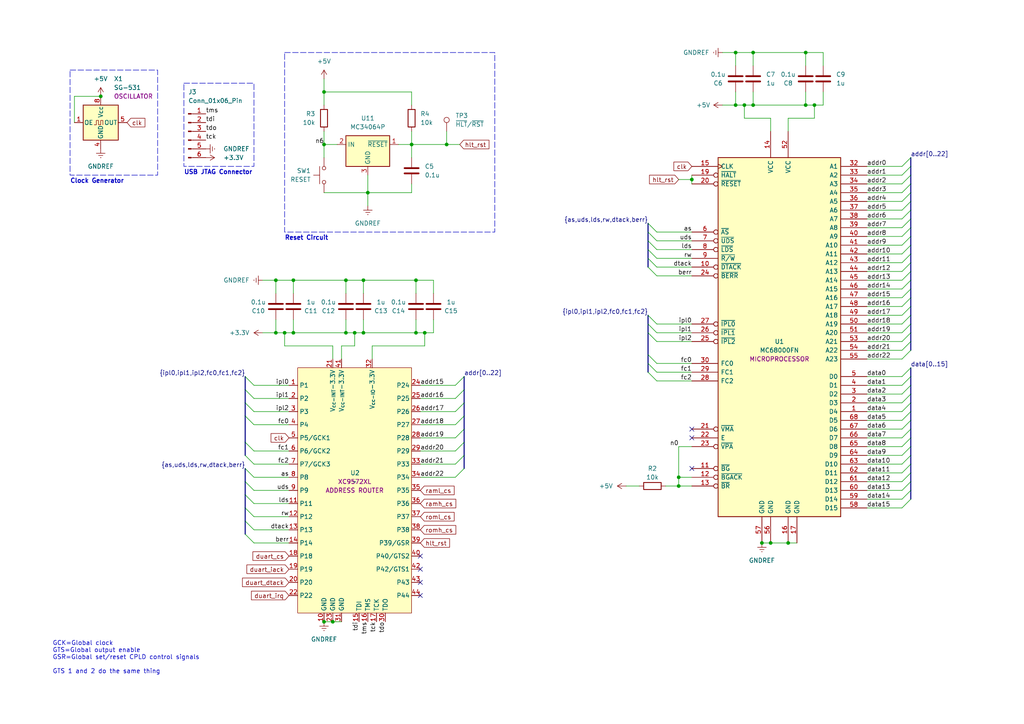
<source format=kicad_sch>
(kicad_sch (version 20230121) (generator eeschema)
  (paper "A4")
  (title_block (title "MICROPROCESSOR & ADDRESS ROUTER") (date "2024-01-18") (rev "0.2") (company "LeTourneau University") (comment 1 "Richard Homan"))
  (lib_symbols
    (symbol "CPLD_Xilinx:XC9572XL-PC44"
      (property "Reference" "U" (at 0 0 0))
      (symbol "XC9572XL-PC44_1_1"
        (rectangle (start -16.51 33.02) (end 16.51 -38.1) (fill (type background)))
        (pin bidirectional line (at -19.05 27.94 0) (length 2.54) (name "P1") (number "1"))
        (pin input line (at -8.89 -40.64 90) (length 2.54) (name "GND") (number "10"))
        (pin bidirectional line (at -19.05 -6.35 0) (length 2.54) (name "P11") (number "11"))
        (pin bidirectional line (at -19.05 -10.16 0) (length 2.54) (name "P12") (number "12"))
        (pin bidirectional line (at -19.05 -13.97 0) (length 2.54) (name "P13") (number "13"))
        (pin bidirectional line (at -19.05 -17.78 0) (length 2.54) (name "P14") (number "14"))
        (pin bidirectional line (at 1.27 -40.64 90) (length 2.54) (name "TDI") (number "15"))
        (pin bidirectional line (at 3.81 -40.64 90) (length 2.54) (name "TMS") (number "16"))
        (pin bidirectional line (at 6.35 -40.64 90) (length 2.54) (name "TCK") (number "17"))
        (pin bidirectional line (at -19.05 -21.59 0) (length 2.54) (name "P18") (number "18"))
        (pin bidirectional line (at -19.05 -25.4 0) (length 2.54) (name "P19") (number "19"))
        (pin bidirectional line (at -19.05 24.13 0) (length 2.54) (name "P2") (number "2"))
        (pin bidirectional line (at -19.05 -29.21 0) (length 2.54) (name "P20") (number "20"))
        (pin power_in line (at -6.35 35.56 270) (length 2.54) (name "V_{cc-INT}-3.3V") (number "21"))
        (pin bidirectional line (at -19.05 -33.02 0) (length 2.54) (name "P22") (number "22"))
        (pin input line (at -6.35 -40.64 90) (length 2.54) (name "GND") (number "23"))
        (pin bidirectional line (at 19.05 27.94 180) (length 2.54) (name "P24") (number "24"))
        (pin bidirectional line (at 19.05 24.13 180) (length 2.54) (name "P25") (number "25"))
        (pin bidirectional line (at 19.05 20.32 180) (length 2.54) (name "P26") (number "26"))
        (pin bidirectional line (at 19.05 16.51 180) (length 2.54) (name "P27") (number "27"))
        (pin bidirectional line (at 19.05 12.7 180) (length 2.54) (name "P28") (number "28"))
        (pin bidirectional line (at 19.05 8.89 180) (length 2.54) (name "P29") (number "29"))
        (pin bidirectional line (at -19.05 20.32 0) (length 2.54) (name "P3") (number "3"))
        (pin bidirectional line (at 8.89 -40.64 90) (length 2.54) (name "TDO") (number "30"))
        (pin input line (at -3.81 -40.64 90) (length 2.54) (name "GND") (number "31"))
        (pin power_in line (at 5.08 35.56 270) (length 2.54) (name "V_{cc-IO}-3.3V") (number "32"))
        (pin bidirectional line (at 19.05 5.08 180) (length 2.54) (name "P33") (number "33"))
        (pin bidirectional line (at 19.05 1.27 180) (length 2.54) (name "P34") (number "34"))
        (pin bidirectional line (at 19.05 -2.54 180) (length 2.54) (name "P35") (number "35"))
        (pin bidirectional line (at 19.05 -6.35 180) (length 2.54) (name "P36") (number "36"))
        (pin bidirectional line (at 19.05 -10.16 180) (length 2.54) (name "P37") (number "37"))
        (pin bidirectional line (at 19.05 -13.97 180) (length 2.54) (name "P38") (number "38"))
        (pin bidirectional line (at 19.05 -17.78 180) (length 2.54) (name "P39/GSR") (number "39"))
        (pin bidirectional line (at -19.05 16.51 0) (length 2.54) (name "P4") (number "4"))
        (pin bidirectional line (at 19.05 -21.59 180) (length 2.54) (name "P40/GTS2") (number "40"))
        (pin power_in line (at -3.81 35.56 270) (length 2.54) (name "V_{cc-INT}-3.3V") (number "41"))
        (pin bidirectional line (at 19.05 -25.4 180) (length 2.54) (name "P42/GTS1") (number "42"))
        (pin bidirectional line (at 19.05 -29.21 180) (length 2.54) (name "P43") (number "43"))
        (pin bidirectional line (at 19.05 -33.02 180) (length 2.54) (name "P44") (number "44"))
        (pin bidirectional line (at -19.05 12.7 0) (length 2.54) (name "P5/GCK1") (number "5"))
        (pin bidirectional line (at -19.05 8.89 0) (length 2.54) (name "P6/GCK2") (number "6"))
        (pin bidirectional line (at -19.05 5.08 0) (length 2.54) (name "P7/GCK3") (number "7"))
        (pin bidirectional line (at -19.05 1.27 0) (length 2.54) (name "P8") (number "8"))
        (pin bidirectional line (at -19.05 -2.54 0) (length 2.54) (name "P9") (number "9"))
      )
    )
    (symbol "CPU_NXP_68000:MC68000FN" (pin_names (offset 0.762))
      (property "Reference" "U" (at -16.51 59.69 0))
      (property "Value" "MC68000FN" (at 12.7 -46.99 0))
      (symbol "MC68000FN_0_1"
        (rectangle (start -17.78 58.42) (end 17.78 -45.72) (stroke (width 0.254)) (fill (type background)))
      )
      (symbol "MC68000FN_1_1"
        (pin bidirectional line (at 25.4 -15.24 180) (length 7.62) (name "D4") (number "1"))
        (pin input inverted (at -25.4 26.67 0) (length 7.62) (name "~{DTACK}") (number "10"))
        (pin output inverted (at -25.4 -31.75 0) (length 7.62) (name "~{BG}") (number "11"))
        (pin input inverted (at -25.4 -34.29 0) (length 7.62) (name "~{BGACK}") (number "12"))
        (pin input inverted (at -25.4 -36.83 0) (length 7.62) (name "~{BR}") (number "13"))
        (pin power_in line (at -2.54 66.04 270) (length 7.62) (name "VCC") (number "14"))
        (pin input clock (at -25.4 55.88 0) (length 7.62) (name "CLK") (number "15"))
        (pin power_in line (at 2.54 -53.34 90) (length 7.62) (name "GND") (number "16"))
        (pin power_in line (at 5.08 -53.34 90) (length 7.62) (name "GND") (number "17"))
        (pin no_connect line (at -17.78 -40.64 0) (length 0) hide (name "NC") (number "18"))
        (pin bidirectional inverted (at -25.4 53.34 0) (length 7.62) (name "~{HALT}") (number "19"))
        (pin bidirectional line (at 25.4 -12.7 180) (length 7.62) (name "D3") (number "2"))
        (pin bidirectional inverted (at -25.4 50.8 0) (length 7.62) (name "~{RESET}") (number "20"))
        (pin output inverted (at -25.4 -20.32 0) (length 7.62) (name "~{VMA}") (number "21"))
        (pin output line (at -25.4 -22.86 0) (length 7.62) (name "E") (number "22"))
        (pin input inverted (at -25.4 -25.4 0) (length 7.62) (name "~{VPA}") (number "23"))
        (pin input inverted (at -25.4 24.13 0) (length 7.62) (name "~{BERR}") (number "24"))
        (pin input inverted (at -25.4 5.08 0) (length 7.62) (name "~{IPL2}") (number "25"))
        (pin input inverted (at -25.4 7.62 0) (length 7.62) (name "~{IPL1}") (number "26"))
        (pin input inverted (at -25.4 10.16 0) (length 7.62) (name "~{IPL0}") (number "27"))
        (pin output line (at -25.4 -6.35 0) (length 7.62) (name "FC2") (number "28"))
        (pin output line (at -25.4 -3.81 0) (length 7.62) (name "FC1") (number "29"))
        (pin bidirectional line (at 25.4 -10.16 180) (length 7.62) (name "D2") (number "3"))
        (pin output line (at -25.4 -1.27 0) (length 7.62) (name "FC0") (number "30"))
        (pin no_connect line (at -17.78 -43.18 0) (length 0) hide (name "NC") (number "31"))
        (pin output line (at 25.4 55.88 180) (length 7.62) (name "A1") (number "32"))
        (pin output line (at 25.4 53.34 180) (length 7.62) (name "A2") (number "33"))
        (pin output line (at 25.4 50.8 180) (length 7.62) (name "A3") (number "34"))
        (pin output line (at 25.4 48.26 180) (length 7.62) (name "A4") (number "35"))
        (pin output line (at 25.4 45.72 180) (length 7.62) (name "A5") (number "36"))
        (pin output line (at 25.4 43.18 180) (length 7.62) (name "A6") (number "37"))
        (pin output line (at 25.4 40.64 180) (length 7.62) (name "A7") (number "38"))
        (pin output line (at 25.4 38.1 180) (length 7.62) (name "A8") (number "39"))
        (pin bidirectional line (at 25.4 -7.62 180) (length 7.62) (name "D1") (number "4"))
        (pin output line (at 25.4 35.56 180) (length 7.62) (name "A9") (number "40"))
        (pin output line (at 25.4 33.02 180) (length 7.62) (name "A10") (number "41"))
        (pin output line (at 25.4 30.48 180) (length 7.62) (name "A11") (number "42"))
        (pin output line (at 25.4 27.94 180) (length 7.62) (name "A12") (number "43"))
        (pin output line (at 25.4 25.4 180) (length 7.62) (name "A13") (number "44"))
        (pin output line (at 25.4 22.86 180) (length 7.62) (name "A14") (number "45"))
        (pin output line (at 25.4 20.32 180) (length 7.62) (name "A15") (number "46"))
        (pin output line (at 25.4 17.78 180) (length 7.62) (name "A16") (number "47"))
        (pin output line (at 25.4 15.24 180) (length 7.62) (name "A17") (number "48"))
        (pin output line (at 25.4 12.7 180) (length 7.62) (name "A18") (number "49"))
        (pin bidirectional line (at 25.4 -5.08 180) (length 7.62) (name "D0") (number "5"))
        (pin output line (at 25.4 10.16 180) (length 7.62) (name "A19") (number "50"))
        (pin output line (at 25.4 7.62 180) (length 7.62) (name "A20") (number "51"))
        (pin power_in line (at 2.54 66.04 270) (length 7.62) (name "VCC") (number "52"))
        (pin output line (at 25.4 5.08 180) (length 7.62) (name "A21") (number "53"))
        (pin output line (at 25.4 2.54 180) (length 7.62) (name "A22") (number "54"))
        (pin output line (at 25.4 0 180) (length 7.62) (name "A23") (number "55"))
        (pin power_in line (at -2.54 -53.34 90) (length 7.62) (name "GND") (number "56"))
        (pin power_in line (at -5.08 -53.34 90) (length 7.62) (name "GND") (number "57"))
        (pin bidirectional line (at 25.4 -43.18 180) (length 7.62) (name "D15") (number "58"))
        (pin bidirectional line (at 25.4 -40.64 180) (length 7.62) (name "D14") (number "59"))
        (pin output inverted (at -25.4 36.83 0) (length 7.62) (name "~{AS}") (number "6"))
        (pin bidirectional line (at 25.4 -38.1 180) (length 7.62) (name "D13") (number "60"))
        (pin bidirectional line (at 25.4 -35.56 180) (length 7.62) (name "D12") (number "61"))
        (pin bidirectional line (at 25.4 -33.02 180) (length 7.62) (name "D11") (number "62"))
        (pin bidirectional line (at 25.4 -30.48 180) (length 7.62) (name "D10") (number "63"))
        (pin bidirectional line (at 25.4 -27.94 180) (length 7.62) (name "D9") (number "64"))
        (pin bidirectional line (at 25.4 -25.4 180) (length 7.62) (name "D8") (number "65"))
        (pin bidirectional line (at 25.4 -22.86 180) (length 7.62) (name "D7") (number "66"))
        (pin bidirectional line (at 25.4 -20.32 180) (length 7.62) (name "D6") (number "67"))
        (pin bidirectional line (at 25.4 -17.78 180) (length 7.62) (name "D5") (number "68"))
        (pin output inverted (at -25.4 34.29 0) (length 7.62) (name "~{UDS}") (number "7"))
        (pin output inverted (at -25.4 31.75 0) (length 7.62) (name "~{LDS}") (number "8"))
        (pin output line (at -25.4 29.21 0) (length 7.62) (name "~{R/W}") (number "9"))
      )
    )
    (symbol "Connector:Conn_01x06_Pin" (pin_names (offset 1.016) hide)
      (property "Reference" "J" (at 0 7.62 0))
      (property "Value" "Conn_01x06_Pin" (at 0 -10.16 0))
      (symbol "Conn_01x06_Pin_1_1"
        (polyline (pts (xy 1.27 -7.62) (xy 0.8636 -7.62)) (stroke (width 0.1524)))
        (polyline (pts (xy 1.27 -5.08) (xy 0.8636 -5.08)) (stroke (width 0.1524)))
        (polyline (pts (xy 1.27 -2.54) (xy 0.8636 -2.54)) (stroke (width 0.1524)))
        (polyline (pts (xy 1.27 0) (xy 0.8636 0)) (stroke (width 0.1524)))
        (polyline (pts (xy 1.27 2.54) (xy 0.8636 2.54)) (stroke (width 0.1524)))
        (polyline (pts (xy 1.27 5.08) (xy 0.8636 5.08)) (stroke (width 0.1524)))
        (rectangle (start 0.8636 -7.493) (end 0 -7.747) (stroke (width 0.1524)) (fill (type outline)))
        (rectangle (start 0.8636 -4.953) (end 0 -5.207) (stroke (width 0.1524)) (fill (type outline)))
        (rectangle (start 0.8636 -2.413) (end 0 -2.667) (stroke (width 0.1524)) (fill (type outline)))
        (rectangle (start 0.8636 0.127) (end 0 -0.127) (stroke (width 0.1524)) (fill (type outline)))
        (rectangle (start 0.8636 2.667) (end 0 2.413) (stroke (width 0.1524)) (fill (type outline)))
        (rectangle (start 0.8636 5.207) (end 0 4.953) (stroke (width 0.1524)) (fill (type outline)))
        (pin passive line (at 5.08 5.08 180) (length 3.81) (name "Pin_1") (number "1"))
        (pin passive line (at 5.08 2.54 180) (length 3.81) (name "Pin_2") (number "2"))
        (pin passive line (at 5.08 0 180) (length 3.81) (name "Pin_3") (number "3"))
        (pin passive line (at 5.08 -2.54 180) (length 3.81) (name "Pin_4") (number "4"))
        (pin passive line (at 5.08 -5.08 180) (length 3.81) (name "Pin_5") (number "5"))
        (pin passive line (at 5.08 -7.62 180) (length 3.81) (name "Pin_6") (number "6"))
      )
    )
    (symbol "Connector:TestPoint" (pin_numbers hide) (pin_names (offset 0.762) hide)
      (property "Reference" "TP" (at 0 6.858 0))
      (property "Value" "TestPoint" (at 0 5.08 0))
      (symbol "TestPoint_0_1"
        (circle (center 0 3.302) (radius 0.762))
      )
      (symbol "TestPoint_1_1"
        (pin passive line (at 0 0 90) (length 2.54) (name "1") (number "1"))
      )
    )
    (symbol "Device:C" (pin_numbers hide) (pin_names (offset 0.254))
      (property "Reference" "C" (at 0.635 2.54 0))
      (property "Value" "C" (at 0.635 -2.54 0))
      (symbol "C_0_1"
        (polyline (pts (xy -2.032 -0.762) (xy 2.032 -0.762)) (stroke (width 0.508)))
        (polyline (pts (xy -2.032 0.762) (xy 2.032 0.762)) (stroke (width 0.508)))
      )
      (symbol "C_1_1"
        (pin passive line (at 0 3.81 270) (length 2.794) (name "~") (number "1"))
        (pin passive line (at 0 -3.81 90) (length 2.794) (name "~") (number "2"))
      )
    )
    (symbol "Device:R" (pin_numbers hide) (pin_names (offset 0))
      (property "Reference" "R" (at 2.032 0 90))
      (property "Value" "R" (at 0 0 90))
      (symbol "R_0_1"
        (rectangle (start -1.016 -2.54) (end 1.016 2.54) (stroke (width 0.254)))
      )
      (symbol "R_1_1"
        (pin passive line (at 0 3.81 270) (length 1.27) (name "~") (number "1"))
        (pin passive line (at 0 -3.81 90) (length 1.27) (name "~") (number "2"))
      )
    )
    (symbol "Oscillator:SG-531" (pin_names (offset 0.254))
      (property "Reference" "X" (at -5.08 6.35 0))
      (property "Value" "SG-531" (at 1.27 -6.35 0))
      (symbol "SG-531_0_1"
        (rectangle (start -5.08 5.08) (end 5.08 -5.08) (stroke (width 0.254)) (fill (type background)))
        (polyline (pts (xy -1.905 -0.635) (xy -1.27 -0.635) (xy -1.27 0.635) (xy -0.635 0.635) (xy -0.635 -0.635) (xy 0 -0.635) (xy 0 0.635) (xy 0.635 0.635) (xy 0.635 -0.635)))
      )
      (symbol "SG-531_1_1"
        (pin input line (at -7.62 0 0) (length 2.54) (name "OE") (number "1"))
        (pin power_in line (at 0 -7.62 90) (length 2.54) (name "GND") (number "4"))
        (pin output line (at 7.62 0 180) (length 2.54) (name "OUT") (number "5"))
        (pin power_in line (at 0 7.62 270) (length 2.54) (name "Vcc") (number "8"))
      )
    )
    (symbol "Power_Supervisor:MC34064P"
      (property "Reference" "U" (at -5.08 5.08 0))
      (property "Value" "MC34064P" (at 5.08 5.08 0))
      (symbol "MC34064P_0_1"
        (rectangle (start -6.35 -5.08) (end 6.35 3.81) (stroke (width 0.254)) (fill (type background)))
      )
      (symbol "MC34064P_1_1"
        (pin open_collector line (at 8.89 1.27 180) (length 2.54) (name "~{RESET}") (number "1"))
        (pin input line (at -8.89 1.27 0) (length 2.54) (name "IN") (number "2"))
        (pin input line (at 0 -7.62 90) (length 2.54) (name "GND") (number "3"))
      )
    )
    (symbol "Switch:SW_Push" (pin_numbers hide) (pin_names (offset 1.016) hide)
      (property "Reference" "SW" (at 1.27 2.54 0))
      (property "Value" "SW_Push" (at 0 -1.524 0))
      (symbol "SW_Push_0_1"
        (circle (center -2.032 0) (radius 0.508))
        (polyline (pts (xy 0 1.27) (xy 0 3.048)))
        (polyline (pts (xy 2.54 1.27) (xy -2.54 1.27)))
        (circle (center 2.032 0) (radius 0.508))
        (pin passive line (at -5.08 0 0) (length 2.54) (name "1") (number "1"))
        (pin passive line (at 5.08 0 180) (length 2.54) (name "2") (number "2"))
      )
    )
    (symbol "power:+3.3V" (power) (pin_names (offset 0))
      (property "Value" "+3.3V" (at 0 3.556 0))
      (symbol "+3.3V_0_1"
        (polyline (pts (xy -0.762 1.27) (xy 0 2.54)))
        (polyline (pts (xy 0 0) (xy 0 2.54)))
        (polyline (pts (xy 0 2.54) (xy 0.762 1.27)))
      )
      (symbol "+3.3V_1_1"
        (pin power_in line (at 0 0 90) (length 0) hide (name "+3.3V") (number "1"))
      )
    )
    (symbol "power:+5V" (power) (pin_names (offset 0))
      (property "Value" "+5V" (at 0 3.556 0))
      (symbol "+5V_0_1"
        (polyline (pts (xy -0.762 1.27) (xy 0 2.54)))
        (polyline (pts (xy 0 0) (xy 0 2.54)))
        (polyline (pts (xy 0 2.54) (xy 0.762 1.27)))
      )
      (symbol "+5V_1_1"
        (pin power_in line (at 0 0 90) (length 0) hide (name "+5V") (number "1"))
      )
    )
    (symbol "power:GNDREF" (power) (pin_names (offset 0))
      (property "Value" "GNDREF" (at 0 -3.81 0))
      (symbol "GNDREF_0_1"
        (polyline (pts (xy -0.635 -1.905) (xy 0.635 -1.905)))
        (polyline (pts (xy -0.127 -2.54) (xy 0.127 -2.54)))
        (polyline (pts (xy 0 -1.27) (xy 0 0)))
        (polyline (pts (xy 1.27 -1.27) (xy -1.27 -1.27)))
      )
      (symbol "GNDREF_1_1"
        (pin power_in line (at 0 0 270) (length 0) hide (name "GNDREF") (number "1"))
      )
    )
  )
  (junction (at 119.38 41.91))
  (junction (at 120.65 81.28))
  (junction (at 213.36 15.24))
  (junction (at 85.09 81.28))
  (junction (at 120.65 96.52))
  (junction (at 85.09 96.52))
  (junction (at 93.98 41.91))
  (junction (at 80.01 96.52))
  (junction (at 233.68 15.24))
  (junction (at 93.98 180.34))
  (junction (at 105.41 96.52))
  (junction (at 102.87 96.52))
  (junction (at 105.41 81.28))
  (junction (at 213.36 30.48))
  (junction (at 218.44 30.48))
  (junction (at 220.98 157.48))
  (junction (at 93.98 26.67))
  (junction (at 218.44 15.24))
  (junction (at 100.33 81.28))
  (junction (at 196.85 138.43))
  (junction (at 106.68 55.88))
  (junction (at 223.52 157.48))
  (junction (at 233.68 30.48))
  (junction (at 123.19 96.52))
  (junction (at 236.22 30.48))
  (junction (at 82.55 96.52))
  (junction (at 200.66 52.07))
  (junction (at 196.85 140.97))
  (junction (at 100.33 96.52))
  (junction (at 215.9 30.48))
  (junction (at 80.01 81.28))
  (junction (at 96.52 180.34))
  (junction (at 129.54 41.91))
  (junction (at 29.21 27.94))
  (junction (at 228.6 157.48))
  (no_connect (at 200.66 127))
  (no_connect (at 200.66 124.46))
  (no_connect (at 121.92 172.72))
  (no_connect (at 200.66 135.89))
  (no_connect (at 121.92 168.91))
  (no_connect (at 121.92 165.1))
  (no_connect (at 121.92 161.29))
  (bus_entry (at 264.16 55.88) (size -2.54 2.54))
  (bus_entry (at 134.62 135.89) (size -2.54 2.54))
  (bus_entry (at 264.16 101.6) (size -2.54 2.54))
  (bus_entry (at 264.16 129.54) (size -2.54 2.54))
  (bus_entry (at 264.16 127) (size -2.54 2.54))
  (bus_entry (at 71.12 116.84) (size 2.54 2.54))
  (bus_entry (at 264.16 132.08) (size -2.54 2.54))
  (bus_entry (at 134.62 113.03) (size -2.54 2.54))
  (bus_entry (at 264.16 60.96) (size -2.54 2.54))
  (bus_entry (at 187.96 64.77) (size 2.54 2.54))
  (bus_entry (at 264.16 142.24) (size -2.54 2.54))
  (bus_entry (at 71.12 113.03) (size 2.54 2.54))
  (bus_entry (at 264.16 73.66) (size -2.54 2.54))
  (bus_entry (at 264.16 121.92) (size -2.54 2.54))
  (bus_entry (at 264.16 139.7) (size -2.54 2.54))
  (bus_entry (at 264.16 86.36) (size -2.54 2.54))
  (bus_entry (at 264.16 50.8) (size -2.54 2.54))
  (bus_entry (at 264.16 81.28) (size -2.54 2.54))
  (bus_entry (at 264.16 93.98) (size -2.54 2.54))
  (bus_entry (at 264.16 114.3) (size -2.54 2.54))
  (bus_entry (at 264.16 137.16) (size -2.54 2.54))
  (bus_entry (at 264.16 71.12) (size -2.54 2.54))
  (bus_entry (at 71.12 147.32) (size 2.54 2.54))
  (bus_entry (at 134.62 132.08) (size -2.54 2.54))
  (bus_entry (at 264.16 134.62) (size -2.54 2.54))
  (bus_entry (at 134.62 120.65) (size -2.54 2.54))
  (bus_entry (at 264.16 88.9) (size -2.54 2.54))
  (bus_entry (at 264.16 91.44) (size -2.54 2.54))
  (bus_entry (at 264.16 116.84) (size -2.54 2.54))
  (bus_entry (at 71.12 139.7) (size 2.54 2.54))
  (bus_entry (at 134.62 109.22) (size -2.54 2.54))
  (bus_entry (at 187.96 102.87) (size 2.54 2.54))
  (bus_entry (at 71.12 128.27) (size 2.54 2.54))
  (bus_entry (at 264.16 45.72) (size -2.54 2.54))
  (bus_entry (at 187.96 74.93) (size 2.54 2.54))
  (bus_entry (at 134.62 128.27) (size -2.54 2.54))
  (bus_entry (at 71.12 151.13) (size 2.54 2.54))
  (bus_entry (at 187.96 67.31) (size 2.54 2.54))
  (bus_entry (at 187.96 72.39) (size 2.54 2.54))
  (bus_entry (at 264.16 119.38) (size -2.54 2.54))
  (bus_entry (at 264.16 76.2) (size -2.54 2.54))
  (bus_entry (at 134.62 116.84) (size -2.54 2.54))
  (bus_entry (at 264.16 96.52) (size -2.54 2.54))
  (bus_entry (at 71.12 143.51) (size 2.54 2.54))
  (bus_entry (at 264.16 144.78) (size -2.54 2.54))
  (bus_entry (at 187.96 77.47) (size 2.54 2.54))
  (bus_entry (at 264.16 109.22) (size -2.54 2.54))
  (bus_entry (at 71.12 135.89) (size 2.54 2.54))
  (bus_entry (at 264.16 63.5) (size -2.54 2.54))
  (bus_entry (at 264.16 58.42) (size -2.54 2.54))
  (bus_entry (at 187.96 91.44) (size 2.54 2.54))
  (bus_entry (at 187.96 96.52) (size 2.54 2.54))
  (bus_entry (at 264.16 78.74) (size -2.54 2.54))
  (bus_entry (at 264.16 124.46) (size -2.54 2.54))
  (bus_entry (at 71.12 154.94) (size 2.54 2.54))
  (bus_entry (at 264.16 48.26) (size -2.54 2.54))
  (bus_entry (at 264.16 53.34) (size -2.54 2.54))
  (bus_entry (at 264.16 106.68) (size -2.54 2.54))
  (bus_entry (at 71.12 120.65) (size 2.54 2.54))
  (bus_entry (at 187.96 107.95) (size 2.54 2.54))
  (bus_entry (at 264.16 111.76) (size -2.54 2.54))
  (bus_entry (at 187.96 69.85) (size 2.54 2.54))
  (bus_entry (at 134.62 124.46) (size -2.54 2.54))
  (bus_entry (at 264.16 83.82) (size -2.54 2.54))
  (bus_entry (at 264.16 99.06) (size -2.54 2.54))
  (bus_entry (at 264.16 68.58) (size -2.54 2.54))
  (bus_entry (at 71.12 109.22) (size 2.54 2.54))
  (bus_entry (at 187.96 105.41) (size 2.54 2.54))
  (bus_entry (at 264.16 66.04) (size -2.54 2.54))
  (bus_entry (at 71.12 132.08) (size 2.54 2.54))
  (bus_entry (at 187.96 93.98) (size 2.54 2.54))
  (wire (pts (xy 251.46 81.28) (xy 261.62 81.28)))
  (wire (pts (xy 123.19 96.52) (xy 125.73 96.52)))
  (wire (pts (xy 120.65 81.28) (xy 125.73 81.28)))
  (wire (pts (xy 73.66 138.43) (xy 83.82 138.43)))
  (wire (pts (xy 251.46 63.5) (xy 261.62 63.5)))
  (bus (pts (xy 134.62 132.08) (xy 134.62 135.89)))
  (wire (pts (xy 73.66 130.81) (xy 83.82 130.81)))
  (wire (pts (xy 223.52 34.29) (xy 223.52 38.1)))
  (bus (pts (xy 134.62 124.46) (xy 134.62 128.27)))
  (bus (pts (xy 264.16 121.92) (xy 264.16 124.46)))
  (wire (pts (xy 85.09 85.09) (xy 85.09 81.28)))
  (wire (pts (xy 106.68 59.69) (xy 106.68 55.88)))
  (bus (pts (xy 264.16 66.04) (xy 264.16 68.58)))
  (wire (pts (xy 96.52 104.14) (xy 96.52 100.33)))
  (wire (pts (xy 251.46 88.9) (xy 261.62 88.9)))
  (wire (pts (xy 215.9 30.48) (xy 218.44 30.48)))
  (wire (pts (xy 106.68 55.88) (xy 106.68 50.8)))
  (wire (pts (xy 93.98 26.67) (xy 93.98 30.48)))
  (wire (pts (xy 85.09 96.52) (xy 100.33 96.52)))
  (wire (pts (xy 93.98 41.91) (xy 93.98 45.72)))
  (wire (pts (xy 251.46 114.3) (xy 261.62 114.3)))
  (wire (pts (xy 251.46 93.98) (xy 261.62 93.98)))
  (wire (pts (xy 233.68 30.48) (xy 236.22 30.48)))
  (wire (pts (xy 99.06 100.33) (xy 102.87 100.33)))
  (wire (pts (xy 73.66 157.48) (xy 83.82 157.48)))
  (wire (pts (xy 190.5 72.39) (xy 200.66 72.39)))
  (wire (pts (xy 121.92 134.62) (xy 132.08 134.62)))
  (bus (pts (xy 264.16 71.12) (xy 264.16 73.66)))
  (wire (pts (xy 251.46 111.76) (xy 261.62 111.76)))
  (wire (pts (xy 132.08 119.38) (xy 121.92 119.38)))
  (bus (pts (xy 264.16 76.2) (xy 264.16 78.74)))
  (wire (pts (xy 251.46 53.34) (xy 261.62 53.34)))
  (wire (pts (xy 83.82 111.76) (xy 73.66 111.76)))
  (wire (pts (xy 251.46 71.12) (xy 261.62 71.12)))
  (bus (pts (xy 264.16 137.16) (xy 264.16 139.7)))
  (wire (pts (xy 213.36 30.48) (xy 215.9 30.48)))
  (wire (pts (xy 251.46 134.62) (xy 261.62 134.62)))
  (wire (pts (xy 119.38 41.91) (xy 129.54 41.91)))
  (bus (pts (xy 264.16 68.58) (xy 264.16 71.12)))
  (bus (pts (xy 264.16 55.88) (xy 264.16 58.42)))
  (bus (pts (xy 264.16 63.5) (xy 264.16 66.04)))
  (bus (pts (xy 187.96 72.39) (xy 187.96 74.93)))
  (bus (pts (xy 71.12 128.27) (xy 71.12 132.08)))
  (bus (pts (xy 187.96 69.85) (xy 187.96 72.39)))
  (wire (pts (xy 100.33 81.28) (xy 105.41 81.28)))
  (wire (pts (xy 120.65 96.52) (xy 120.65 92.71)))
  (bus (pts (xy 187.96 102.87) (xy 187.96 105.41)))
  (wire (pts (xy 190.5 77.47) (xy 200.66 77.47)))
  (bus (pts (xy 134.62 128.27) (xy 134.62 132.08)))
  (bus (pts (xy 264.16 114.3) (xy 264.16 116.84)))
  (wire (pts (xy 73.66 146.05) (xy 83.82 146.05)))
  (wire (pts (xy 200.66 50.8) (xy 200.66 52.07)))
  (wire (pts (xy 190.5 69.85) (xy 200.66 69.85)))
  (wire (pts (xy 100.33 96.52) (xy 102.87 96.52)))
  (wire (pts (xy 100.33 81.28) (xy 100.33 85.09)))
  (wire (pts (xy 190.5 107.95) (xy 200.66 107.95)))
  (bus (pts (xy 264.16 111.76) (xy 264.16 114.3)))
  (wire (pts (xy 251.46 101.6) (xy 261.62 101.6)))
  (wire (pts (xy 82.55 96.52) (xy 85.09 96.52)))
  (wire (pts (xy 215.9 34.29) (xy 223.52 34.29)))
  (wire (pts (xy 251.46 60.96) (xy 261.62 60.96)))
  (bus (pts (xy 264.16 116.84) (xy 264.16 119.38)))
  (wire (pts (xy 73.66 115.57) (xy 83.82 115.57)))
  (wire (pts (xy 105.41 96.52) (xy 120.65 96.52)))
  (wire (pts (xy 251.46 86.36) (xy 261.62 86.36)))
  (wire (pts (xy 233.68 15.24) (xy 238.76 15.24)))
  (bus (pts (xy 264.16 99.06) (xy 264.16 101.6)))
  (bus (pts (xy 264.16 109.22) (xy 264.16 111.76)))
  (wire (pts (xy 76.2 96.52) (xy 80.01 96.52)))
  (wire (pts (xy 213.36 30.48) (xy 213.36 26.67)))
  (bus (pts (xy 264.16 50.8) (xy 264.16 53.34)))
  (wire (pts (xy 85.09 92.71) (xy 85.09 96.52)))
  (wire (pts (xy 251.46 132.08) (xy 261.62 132.08)))
  (wire (pts (xy 251.46 91.44) (xy 261.62 91.44)))
  (wire (pts (xy 80.01 81.28) (xy 80.01 85.09)))
  (wire (pts (xy 99.06 104.14) (xy 99.06 100.33)))
  (wire (pts (xy 125.73 92.71) (xy 125.73 96.52)))
  (wire (pts (xy 228.6 157.48) (xy 231.14 157.48)))
  (wire (pts (xy 251.46 73.66) (xy 261.62 73.66)))
  (bus (pts (xy 264.16 73.66) (xy 264.16 76.2)))
  (wire (pts (xy 93.98 41.91) (xy 97.79 41.91)))
  (wire (pts (xy 190.5 74.93) (xy 200.66 74.93)))
  (wire (pts (xy 73.66 134.62) (xy 83.82 134.62)))
  (bus (pts (xy 264.16 139.7) (xy 264.16 142.24)))
  (wire (pts (xy 102.87 96.52) (xy 102.87 100.33)))
  (wire (pts (xy 129.54 41.91) (xy 133.35 41.91)))
  (wire (pts (xy 220.98 157.48) (xy 223.52 157.48)))
  (wire (pts (xy 251.46 119.38) (xy 261.62 119.38)))
  (bus (pts (xy 71.12 120.65) (xy 71.12 128.27)))
  (wire (pts (xy 132.08 127) (xy 121.92 127)))
  (wire (pts (xy 233.68 15.24) (xy 233.68 19.05)))
  (bus (pts (xy 264.16 106.68) (xy 264.16 109.22)))
  (bus (pts (xy 264.16 58.42) (xy 264.16 60.96)))
  (wire (pts (xy 190.5 110.49) (xy 200.66 110.49)))
  (wire (pts (xy 251.46 58.42) (xy 261.62 58.42)))
  (wire (pts (xy 82.55 100.33) (xy 82.55 96.52)))
  (wire (pts (xy 119.38 45.72) (xy 119.38 41.91)))
  (wire (pts (xy 251.46 76.2) (xy 261.62 76.2)))
  (bus (pts (xy 264.16 119.38) (xy 264.16 121.92)))
  (bus (pts (xy 71.12 147.32) (xy 71.12 151.13)))
  (wire (pts (xy 80.01 96.52) (xy 82.55 96.52)))
  (bus (pts (xy 264.16 88.9) (xy 264.16 91.44)))
  (wire (pts (xy 119.38 53.34) (xy 119.38 55.88)))
  (wire (pts (xy 251.46 129.54) (xy 261.62 129.54)))
  (bus (pts (xy 71.12 113.03) (xy 71.12 116.84)))
  (bus (pts (xy 71.12 135.89) (xy 71.12 139.7)))
  (wire (pts (xy 73.66 119.38) (xy 83.82 119.38)))
  (wire (pts (xy 96.52 180.34) (xy 99.06 180.34)))
  (wire (pts (xy 218.44 19.05) (xy 218.44 15.24)))
  (wire (pts (xy 80.01 96.52) (xy 80.01 92.71)))
  (wire (pts (xy 129.54 38.1) (xy 129.54 41.91)))
  (wire (pts (xy 190.5 80.01) (xy 200.66 80.01)))
  (bus (pts (xy 134.62 109.22) (xy 134.62 113.03)))
  (wire (pts (xy 132.08 123.19) (xy 121.92 123.19)))
  (wire (pts (xy 107.95 100.33) (xy 123.19 100.33)))
  (wire (pts (xy 93.98 55.88) (xy 106.68 55.88)))
  (bus (pts (xy 134.62 116.84) (xy 134.62 120.65)))
  (wire (pts (xy 238.76 26.67) (xy 238.76 30.48)))
  (bus (pts (xy 264.16 127) (xy 264.16 129.54)))
  (wire (pts (xy 251.46 109.22) (xy 261.62 109.22)))
  (wire (pts (xy 251.46 99.06) (xy 261.62 99.06)))
  (wire (pts (xy 233.68 26.67) (xy 233.68 30.48)))
  (bus (pts (xy 264.16 93.98) (xy 264.16 96.52)))
  (wire (pts (xy 105.41 92.71) (xy 105.41 96.52)))
  (wire (pts (xy 115.57 41.91) (xy 119.38 41.91)))
  (wire (pts (xy 193.04 140.97) (xy 196.85 140.97)))
  (wire (pts (xy 209.55 30.48) (xy 213.36 30.48)))
  (wire (pts (xy 196.85 138.43) (xy 200.66 138.43)))
  (bus (pts (xy 71.12 151.13) (xy 71.12 154.94)))
  (bus (pts (xy 264.16 45.72) (xy 264.16 48.26)))
  (wire (pts (xy 76.2 81.28) (xy 80.01 81.28)))
  (wire (pts (xy 120.65 81.28) (xy 120.65 85.09)))
  (wire (pts (xy 121.92 111.76) (xy 132.08 111.76)))
  (wire (pts (xy 125.73 85.09) (xy 125.73 81.28)))
  (bus (pts (xy 187.96 93.98) (xy 187.96 96.52)))
  (wire (pts (xy 251.46 142.24) (xy 261.62 142.24)))
  (wire (pts (xy 223.52 157.48) (xy 228.6 157.48)))
  (wire (pts (xy 93.98 22.86) (xy 93.98 26.67)))
  (bus (pts (xy 71.12 109.22) (xy 71.12 113.03)))
  (wire (pts (xy 218.44 26.67) (xy 218.44 30.48)))
  (wire (pts (xy 121.92 138.43) (xy 132.08 138.43)))
  (wire (pts (xy 119.38 41.91) (xy 119.38 38.1)))
  (wire (pts (xy 251.46 68.58) (xy 261.62 68.58)))
  (wire (pts (xy 213.36 15.24) (xy 218.44 15.24)))
  (bus (pts (xy 71.12 116.84) (xy 71.12 120.65)))
  (bus (pts (xy 187.96 64.77) (xy 187.96 67.31)))
  (wire (pts (xy 119.38 30.48) (xy 119.38 26.67)))
  (wire (pts (xy 80.01 81.28) (xy 85.09 81.28)))
  (wire (pts (xy 196.85 140.97) (xy 196.85 138.43)))
  (wire (pts (xy 120.65 96.52) (xy 123.19 96.52)))
  (wire (pts (xy 181.61 140.97) (xy 185.42 140.97)))
  (bus (pts (xy 264.16 78.74) (xy 264.16 81.28)))
  (wire (pts (xy 190.5 67.31) (xy 200.66 67.31)))
  (wire (pts (xy 215.9 30.48) (xy 215.9 34.29)))
  (wire (pts (xy 251.46 104.14) (xy 261.62 104.14)))
  (wire (pts (xy 251.46 116.84) (xy 261.62 116.84)))
  (wire (pts (xy 251.46 124.46) (xy 261.62 124.46)))
  (wire (pts (xy 213.36 15.24) (xy 213.36 19.05)))
  (bus (pts (xy 264.16 91.44) (xy 264.16 93.98)))
  (bus (pts (xy 264.16 132.08) (xy 264.16 134.62)))
  (wire (pts (xy 73.66 123.19) (xy 83.82 123.19)))
  (wire (pts (xy 105.41 85.09) (xy 105.41 81.28)))
  (wire (pts (xy 93.98 38.1) (xy 93.98 41.91)))
  (wire (pts (xy 21.59 35.56) (xy 21.59 27.94)))
  (wire (pts (xy 21.59 27.94) (xy 29.21 27.94)))
  (bus (pts (xy 264.16 81.28) (xy 264.16 83.82)))
  (bus (pts (xy 264.16 129.54) (xy 264.16 132.08)))
  (bus (pts (xy 264.16 86.36) (xy 264.16 88.9)))
  (wire (pts (xy 107.95 100.33) (xy 107.95 104.14)))
  (wire (pts (xy 196.85 52.07) (xy 200.66 52.07)))
  (wire (pts (xy 236.22 30.48) (xy 238.76 30.48)))
  (wire (pts (xy 209.55 15.24) (xy 213.36 15.24)))
  (wire (pts (xy 100.33 96.52) (xy 100.33 92.71)))
  (wire (pts (xy 190.5 99.06) (xy 200.66 99.06)))
  (wire (pts (xy 251.46 139.7) (xy 261.62 139.7)))
  (bus (pts (xy 264.16 48.26) (xy 264.16 50.8)))
  (wire (pts (xy 200.66 140.97) (xy 196.85 140.97)))
  (wire (pts (xy 93.98 180.34) (xy 96.52 180.34)))
  (wire (pts (xy 96.52 100.33) (xy 82.55 100.33)))
  (wire (pts (xy 251.46 66.04) (xy 261.62 66.04)))
  (wire (pts (xy 190.5 93.98) (xy 200.66 93.98)))
  (bus (pts (xy 264.16 124.46) (xy 264.16 127)))
  (wire (pts (xy 102.87 96.52) (xy 105.41 96.52)))
  (wire (pts (xy 251.46 48.26) (xy 261.62 48.26)))
  (wire (pts (xy 251.46 144.78) (xy 261.62 144.78)))
  (wire (pts (xy 251.46 83.82) (xy 261.62 83.82)))
  (wire (pts (xy 228.6 38.1) (xy 228.6 34.29)))
  (bus (pts (xy 134.62 113.03) (xy 134.62 116.84)))
  (wire (pts (xy 251.46 96.52) (xy 261.62 96.52)))
  (wire (pts (xy 190.5 105.41) (xy 200.66 105.41)))
  (wire (pts (xy 119.38 55.88) (xy 106.68 55.88)))
  (bus (pts (xy 187.96 74.93) (xy 187.96 77.47)))
  (wire (pts (xy 119.38 26.67) (xy 93.98 26.67)))
  (wire (pts (xy 73.66 149.86) (xy 83.82 149.86)))
  (bus (pts (xy 264.16 83.82) (xy 264.16 86.36)))
  (bus (pts (xy 187.96 67.31) (xy 187.96 69.85)))
  (wire (pts (xy 200.66 129.54) (xy 196.85 129.54)))
  (bus (pts (xy 264.16 142.24) (xy 264.16 144.78)))
  (wire (pts (xy 251.46 121.92) (xy 261.62 121.92)))
  (wire (pts (xy 132.08 130.81) (xy 121.92 130.81)))
  (bus (pts (xy 187.96 105.41) (xy 187.96 107.95)))
  (wire (pts (xy 190.5 96.52) (xy 200.66 96.52)))
  (bus (pts (xy 264.16 134.62) (xy 264.16 137.16)))
  (bus (pts (xy 187.96 91.44) (xy 187.96 93.98)))
  (wire (pts (xy 251.46 147.32) (xy 261.62 147.32)))
  (wire (pts (xy 251.46 78.74) (xy 261.62 78.74)))
  (wire (pts (xy 132.08 115.57) (xy 121.92 115.57)))
  (wire (pts (xy 228.6 34.29) (xy 236.22 34.29)))
  (bus (pts (xy 264.16 96.52) (xy 264.16 99.06)))
  (wire (pts (xy 251.46 55.88) (xy 261.62 55.88)))
  (bus (pts (xy 134.62 120.65) (xy 134.62 124.46)))
  (wire (pts (xy 251.46 127) (xy 261.62 127)))
  (wire (pts (xy 196.85 129.54) (xy 196.85 138.43)))
  (bus (pts (xy 71.12 139.7) (xy 71.12 143.51)))
  (bus (pts (xy 71.12 143.51) (xy 71.12 147.32)))
  (wire (pts (xy 200.66 52.07) (xy 200.66 53.34)))
  (wire (pts (xy 236.22 34.29) (xy 236.22 30.48)))
  (bus (pts (xy 187.96 96.52) (xy 187.96 102.87)))
  (wire (pts (xy 73.66 142.24) (xy 83.82 142.24)))
  (wire (pts (xy 218.44 30.48) (xy 233.68 30.48)))
  (wire (pts (xy 73.66 153.67) (xy 83.82 153.67)))
  (wire (pts (xy 105.41 81.28) (xy 120.65 81.28)))
  (wire (pts (xy 251.46 137.16) (xy 261.62 137.16)))
  (wire (pts (xy 123.19 100.33) (xy 123.19 96.52)))
  (bus (pts (xy 264.16 53.34) (xy 264.16 55.88)))
  (wire (pts (xy 251.46 50.8) (xy 261.62 50.8)))
  (wire (pts (xy 218.44 15.24) (xy 233.68 15.24)))
  (wire (pts (xy 85.09 81.28) (xy 100.33 81.28)))
  (wire (pts (xy 238.76 19.05) (xy 238.76 15.24)))
  (bus (pts (xy 264.16 60.96) (xy 264.16 63.5)))
  (rectangle (start 82.55 15.24) (end 143.51 67.31) (stroke (width 0) (type dash)))
  (rectangle (start 53.34 24.13) (end 73.66 48.26) (stroke (width 0) (type dash)))
  (rectangle (start 20.32 20.32) (end 45.72 50.8) (stroke (width 0) (type dash)))
  (text "Reset Circuit" (at 82.55 69.85 0) (effects (font (size 1.27 1.27) (thickness 0.254) bold) (justify left bottom)))
  (text "USB JTAG Connector" (at 53.34 50.8 0) (effects (font (size 1.27 1.27) (thickness 0.254) bold) (justify left bottom)))
  (text "GCK=Global clock\nGTS=Global output enable\nGSR=Global set/reset CPLD control signals\n\nGTS 1 and 2 do the same thing" (at 15.24 195.58 0) (effects (font (size 1.27 1.27)) (justify left bottom)))
  (text "Clock Generator" (at 20.32 53.34 0) (effects (font (size 1.27 1.27) (thickness 0.254) bold) (justify left bottom)))
  (label "fc2" (at 83.82 134.62 180))
  (label "addr15" (at 121.92 111.76 0))
  (label "uds" (at 200.66 69.85 180))
  (label "addr0" (at 251.46 48.26 0))
  (label "addr13" (at 251.46 81.28 0))
  (label "addr17" (at 121.92 119.38 0))
  (label "addr5" (at 251.46 60.96 0))
  (label "addr12" (at 251.46 78.74 0))
  (label "addr19" (at 251.46 96.52 0))
  (label "fc1" (at 83.82 130.81 180))
  (label "dtack" (at 200.66 77.47 180))
  (label "addr22" (at 251.46 104.14 0))
  (label "tdi" (at 104.14 180.34 270) (property "Netclass" "signal" (effects hide)))
  (label "tdo" (at 111.76 180.34 270) (property "Netclass" "signal" (effects hide)))
  (label "fc2" (at 200.66 110.49 180))
  (label "ipl2" (at 83.82 119.38 180))
  (label "{as,uds,lds,rw,dtack,berr}" (at 187.96 64.77 180) (property "Netclass" "bus" (effects hide)))
  (label "addr20" (at 251.46 99.06 0))
  (label "addr15" (at 251.46 86.36 0))
  (label "addr[0..22]" (at 134.62 109.22 0) (property "Netclass" "bus" (effects hide)))
  (label "{as,uds,lds,rw,dtack,berr}" (at 71.12 135.89 180) (property "Netclass" "bus" (effects hide)))
  (label "addr2" (at 251.46 53.34 0))
  (label "rw" (at 200.66 74.93 180))
  (label "tdo" (at 59.69 38.1 0))
  (label "tck" (at 109.22 180.34 270) (property "Netclass" "signal" (effects hide)))
  (label "data2" (at 251.46 114.3 0))
  (label "addr18" (at 251.46 93.98 0))
  (label "tms" (at 59.69 33.02 0))
  (label "addr11" (at 251.46 76.2 0))
  (label "{ipl0,ipl1,ipl2,fc0,fc1,fc2}" (at 187.96 91.44 180) (property "Netclass" "bus" (effects hide)))
  (label "rw" (at 83.82 149.86 180))
  (label "{ipl0,ipl1,ipl2,fc0,fc1,fc2}" (at 71.12 109.22 180) (property "Netclass" "bus" (effects hide)))
  (label "addr17" (at 251.46 91.44 0))
  (label "data14" (at 251.46 144.78 0))
  (label "lds" (at 83.82 146.05 180))
  (label "ipl0" (at 200.66 93.98 180))
  (label "addr16" (at 251.46 88.9 0))
  (label "ipl1" (at 200.66 96.52 180))
  (label "data0" (at 251.46 109.22 0))
  (label "data7" (at 251.46 127 0))
  (label "fc0" (at 83.82 123.19 180))
  (label "berr" (at 83.82 157.48 180))
  (label "addr19" (at 121.92 127 0))
  (label "addr1" (at 251.46 50.8 0))
  (label "as" (at 83.82 138.43 180))
  (label "addr21" (at 251.46 101.6 0))
  (label "lds" (at 200.66 72.39 180))
  (label "addr6" (at 251.46 63.5 0))
  (label "addr[0..22]" (at 264.16 45.72 0) (property "Netclass" "bus" (effects hide)))
  (label "addr14" (at 251.46 83.82 0))
  (label "data1" (at 251.46 111.76 0))
  (label "fc0" (at 200.66 105.41 180))
  (label "tdi" (at 59.69 35.56 0))
  (label "ipl1" (at 83.82 115.57 180))
  (label "data9" (at 251.46 132.08 0))
  (label "addr22" (at 121.92 138.43 0))
  (label "data15" (at 251.46 147.32 0))
  (label "berr" (at 200.66 80.01 180))
  (label "addr7" (at 251.46 66.04 0))
  (label "data4" (at 251.46 119.38 0))
  (label "data13" (at 251.46 142.24 0))
  (label "data8" (at 251.46 129.54 0))
  (label "addr8" (at 251.46 68.58 0))
  (label "ipl2" (at 200.66 99.06 180))
  (label "addr9" (at 251.46 71.12 0))
  (label "data12" (at 251.46 139.7 0))
  (label "ipl0" (at 83.82 111.76 180))
  (label "n6" (at 93.98 41.91 180) (property "Netclass" "signal" (effects hide)))
  (label "addr16" (at 121.92 115.57 0))
  (label "as" (at 200.66 67.31 180))
  (label "data3" (at 251.46 116.84 0))
  (label "data[0..15]" (at 264.16 106.68 0) (property "Netclass" "bus" (effects hide)))
  (label "dtack" (at 83.82 153.67 180))
  (label "n0" (at 196.85 129.54 180))
  (label "uds" (at 83.82 142.24 180))
  (label "tms" (at 106.68 180.34 270) (property "Netclass" "signal" (effects hide)))
  (label "data6" (at 251.46 124.46 0))
  (label "addr18" (at 121.92 123.19 0))
  (label "addr3" (at 251.46 55.88 0))
  (label "data10" (at 251.46 134.62 0))
  (label "tck" (at 59.69 40.64 0))
  (label "data5" (at 251.46 121.92 0))
  (label "addr10" (at 251.46 73.66 0))
  (label "addr21" (at 121.92 134.62 0))
  (label "data11" (at 251.46 137.16 0))
  (label "fc1" (at 200.66 107.95 180))
  (label "addr4" (at 251.46 58.42 0))
  (label "addr20" (at 121.92 130.81 0))
  (global_label "ramh_cs" (shape input) (at 121.92 146.05 0) (property "Intersheetrefs" "${INTERSHEET_REFS}" (effects hide)) (property "Netclass" "signal" (effects hide)))
  (global_label "clk" (shape input) (at 36.83 35.56 0) (property "Intersheetrefs" "${INTERSHEET_REFS}" (effects hide)) (property "Netclass" "signal" (effects hide)))
  (global_label "hlt_rst" (shape input) (at 196.85 52.07 180) (property "Intersheetrefs" "${INTERSHEET_REFS}" (effects hide)) (property "Netclass" "signal" (effects hide)))
  (global_label "hlt_rst" (shape input) (at 133.35 41.91 0) (property "Intersheetrefs" "${INTERSHEET_REFS}" (effects hide)) (property "Netclass" "signal" (effects hide)))
  (global_label "roml_cs" (shape input) (at 121.92 149.86 0) (property "Intersheetrefs" "${INTERSHEET_REFS}" (effects hide)) (property "Netclass" "signal" (effects hide)))
  (global_label "clk" (shape input) (at 200.66 48.26 180) (property "Intersheetrefs" "${INTERSHEET_REFS}" (effects hide)) (property "Netclass" "signal" (effects hide)))
  (global_label "duart_dtack" (shape input) (at 83.82 168.91 180) (property "Intersheetrefs" "${INTERSHEET_REFS}" (effects hide)) (property "Netclass" "signal" (effects hide)))
  (global_label "romh_cs" (shape input) (at 121.92 153.67 0) (property "Intersheetrefs" "${INTERSHEET_REFS}" (effects hide)) (property "Netclass" "signal" (effects hide)))
  (global_label "clk" (shape input) (at 83.82 127 180) (property "Intersheetrefs" "${INTERSHEET_REFS}" (effects hide)) (property "Netclass" "signal" (effects hide)))
  (global_label "duart_irq" (shape input) (at 83.82 172.72 180) (property "Intersheetrefs" "${INTERSHEET_REFS}" (effects hide)) (property "Netclass" "signal" (effects hide)))
  (global_label "duart_iack" (shape input) (at 83.82 165.1 180) (property "Intersheetrefs" "${INTERSHEET_REFS}" (effects hide)) (property "Netclass" "signal" (effects hide)))
  (global_label "hlt_rst" (shape input) (at 121.92 157.48 0) (property "Intersheetrefs" "${INTERSHEET_REFS}" (effects hide)) (property "Netclass" "signal" (effects hide)))
  (global_label "duart_cs" (shape input) (at 83.82 161.29 180) (property "Intersheetrefs" "${INTERSHEET_REFS}" (effects hide)) (property "Netclass" "signal" (effects hide)))
  (global_label "raml_cs" (shape input) (at 121.92 142.24 0) (property "Intersheetrefs" "${INTERSHEET_REFS}" (effects hide)) (property "Netclass" "signal" (effects hide)))
  (symbol (lib_id "CPLD_Xilinx:XC9572XL-PC44") (at 102.87 139.7 0) (unit 1)
    (property "Reference" "U2" (at 101.6 137.16 0) (effects (justify left)))
    (property "Value" "~" (at 102.87 139.7 0))
    (property "Role" "XC9572XL" (at 102.87 139.7 0))
    (property "Role2" "ADDRESS ROUTER" (at 102.87 142.24 0))
  )
  (symbol (lib_id "Device:R") (at 119.38 34.29 0) (unit 1)
    (property "Reference" "R4" (at 121.92 33.02 0) (effects (justify left)))
    (property "Value" "10k" (at 121.92 35.56 0) (effects (justify left)))
  )
  (symbol (lib_id "Device:C") (at 80.01 88.9 180) (unit 1)
    (property "Reference" "C10" (at 74.93 90.17 0))
    (property "Value" "0.1u" (at 74.93 87.63 0))
  )
  (symbol (lib_id "power:GNDREF") (at 209.55 15.24 270) (mirror x) (unit 1)
    (property "Reference" "#PWR019" (effects hide))
    (property "Value" "GNDREF" (at 205.74 15.24 90) (effects (justify right)))
  )
  (symbol (lib_id "power:GNDREF") (at 220.98 157.48 0) (unit 1)
    (property "Reference" "#PWR03" (effects hide))
    (property "Value" "GNDREF" (at 220.98 162.56 0))
  )
  (symbol (lib_id "power:GNDREF") (at 106.68 59.69 0) (unit 1)
    (property "Reference" "#PWR033" (effects hide))
    (property "Value" "GNDREF" (at 106.68 64.77 0))
  )
  (symbol (lib_id "power:+3.3V") (at 59.69 45.72 270) (unit 1)
    (property "Reference" "#PWR014" (effects hide))
    (property "Value" "+3.3V" (at 64.77 45.72 90) (effects (justify left)))
  )
  (symbol (lib_id "Oscillator:SG-531") (at 29.21 35.56 0) (unit 1)
    (property "Reference" "X1" (at 33.02 22.86 0) (effects (justify left)))
    (property "Value" "SG-531" (at 33.02 25.4 0) (effects (justify left)))
    (property "Footprint" "Oscillator:Oscillator_SeikoEpson_SG-8002DC" (effects hide))
    (property "Datasheet" "https://support.epson.biz/td/api/doc_check.php?mode=dl&lang=en&Parts=SG-51P" (effects hide))
    (property "Role" "OSCILLATOR" (at 33.02 27.94 0) (effects (justify left)))
  )
  (symbol (lib_id "Device:C") (at 238.76 22.86 0) (mirror x) (unit 1)
    (property "Reference" "C9" (at 243.84 21.59 0))
    (property "Value" "1u" (at 243.84 24.13 0))
  )
  (symbol (lib_id "power:+5V") (at 209.55 30.48 90) (unit 1)
    (property "Reference" "#PWR01" (effects hide))
    (property "Value" "+5V" (at 201.93 30.48 90) (effects (justify right)))
  )
  (symbol (lib_id "Switch:SW_Push") (at 93.98 50.8 90) (mirror x) (unit 1)
    (property "Reference" "SW1" (at 90.17 49.53 90) (effects (justify left)))
    (property "Value" "RESET" (at 90.17 52.07 90) (effects (justify left)))
  )
  (symbol (lib_id "Power_Supervisor:MC34064P") (at 106.68 43.18 0) (unit 1)
    (property "Reference" "U11" (at 106.68 34.29 0))
    (property "Value" "MC34064P" (at 106.68 36.83 0))
    (property "Footprint" "Package_TO_SOT_THT:TO-92L_Inline" (effects hide))
    (property "Datasheet" "https://www.onsemi.com/pub/Collateral/MC34064-D.PDF" (effects hide))
  )
  (symbol (lib_id "Device:C") (at 120.65 88.9 180) (unit 1)
    (property "Reference" "C14" (at 115.57 90.17 0))
    (property "Value" "0.1u" (at 115.57 87.63 0))
  )
  (symbol (lib_id "Device:C") (at 213.36 22.86 180) (unit 1)
    (property "Reference" "C6" (at 208.28 24.13 0))
    (property "Value" "0.1u" (at 208.28 21.59 0))
  )
  (symbol (lib_id "power:+3.3V") (at 76.2 96.52 90) (unit 1)
    (property "Reference" "#PWR011" (effects hide))
    (property "Value" "+3.3V" (at 72.39 96.52 90) (effects (justify left)))
  )
  (symbol (lib_id "Device:C") (at 119.38 49.53 0) (unit 1)
    (property "Reference" "C5" (at 123.19 48.26 0) (effects (justify left)))
    (property "Value" "0.1u" (at 123.19 50.8 0) (effects (justify left)))
  )
  (symbol (lib_id "Device:R") (at 93.98 34.29 0) (mirror y) (unit 1)
    (property "Reference" "R3" (at 91.44 33.02 0) (effects (justify left)))
    (property "Value" "10k" (at 91.44 35.56 0) (effects (justify left)))
  )
  (symbol (lib_id "Connector:Conn_01x06_Pin") (at 54.61 38.1 0) (unit 1)
    (property "Reference" "J3" (at 54.61 26.67 0) (effects (justify left)))
    (property "Value" "Conn_01x06_Pin" (at 54.61 29.21 0) (effects (justify left)))
  )
  (symbol (lib_id "Device:C") (at 233.68 22.86 180) (unit 1)
    (property "Reference" "C8" (at 228.6 24.13 0))
    (property "Value" "0.1u" (at 228.6 21.59 0))
  )
  (symbol (lib_id "power:GNDREF") (at 29.21 43.18 0) (unit 1)
    (property "Reference" "#PWR036" (effects hide))
    (property "Value" "GNDREF" (at 29.21 48.26 0))
  )
  (symbol (lib_id "power:+5V") (at 93.98 22.86 0) (unit 1)
    (property "Reference" "#PWR034" (effects hide))
    (property "Value" "+5V" (at 93.98 17.78 0))
  )
  (symbol (lib_id "Device:C") (at 105.41 88.9 0) (mirror x) (unit 1)
    (property "Reference" "C13" (at 110.49 90.17 0))
    (property "Value" "1u" (at 110.49 87.63 0))
  )
  (symbol (lib_id "Device:C") (at 125.73 88.9 0) (mirror x) (unit 1)
    (property "Reference" "C15" (at 130.81 90.17 0))
    (property "Value" "1u" (at 130.81 87.63 0))
  )
  (symbol (lib_id "Device:R") (at 189.23 140.97 90) (unit 1)
    (property "Reference" "R2" (at 189.23 135.89 90))
    (property "Value" "10k" (at 189.23 138.43 90))
  )
  (symbol (lib_id "power:+5V") (at 29.21 27.94 0) (unit 1)
    (property "Reference" "#PWR035" (effects hide))
    (property "Value" "+5V" (at 29.21 22.86 0))
  )
  (symbol (lib_id "power:GNDREF") (at 76.2 81.28 270) (unit 1)
    (property "Reference" "#PWR040" (effects hide))
    (property "Value" "GNDREF" (at 72.39 81.28 90) (effects (justify right)))
  )
  (symbol (lib_id "power:+5V") (at 181.61 140.97 90) (unit 1)
    (property "Reference" "#PWR021" (effects hide))
    (property "Value" "+5V" (at 177.8 140.97 90) (effects (justify left)))
  )
  (symbol (lib_id "Device:C") (at 100.33 88.9 180) (unit 1)
    (property "Reference" "C12" (at 95.25 90.17 0))
    (property "Value" "0.1u" (at 95.25 87.63 0))
  )
  (symbol (lib_id "power:GNDREF") (at 93.98 180.34 0) (unit 1)
    (property "Reference" "#PWR012" (effects hide))
    (property "Value" "GNDREF" (at 93.98 185.42 0))
  )
  (symbol (lib_id "CPU_NXP_68000:MC68000FN") (at 226.06 104.14 0) (unit 1)
    (property "Reference" "U1" (at 226.06 99.06 0))
    (property "Value" "MC68000FN" (at 226.06 101.6 0))
    (property "Footprint" "Package_LCC:PLCC-68" (effects hide))
    (property "Datasheet" "https://www.nxp.com/docs/en/reference-manual/MC68000UM.pdf" (effects hide))
    (property "Role" "MICROPROCESSOR" (at 226.06 104.14 0))
  )
  (symbol (lib_id "Device:C") (at 218.44 22.86 0) (mirror x) (unit 1)
    (property "Reference" "C7" (at 223.52 21.59 0))
    (property "Value" "1u" (at 223.52 24.13 0))
  )
  (symbol (lib_id "power:GNDREF") (at 59.69 43.18 90) (unit 1)
    (property "Reference" "#PWR013" (effects hide))
    (property "Value" "GNDREF" (at 64.77 43.18 90) (effects (justify right)))
  )
  (symbol (lib_id "Connector:TestPoint") (at 129.54 38.1 0) (unit 1)
    (property "Reference" "TP3" (at 132.08 33.528 0) (effects (justify left)))
    (property "Value" "~{HLT}/~{RST}" (at 132.08 36.068 0) (effects (justify left)))
  )
  (symbol (lib_id "Device:C") (at 85.09 88.9 0) (mirror x) (unit 1)
    (property "Reference" "C11" (at 90.17 90.17 0))
    (property "Value" "1u" (at 90.17 87.63 0))
  )
  (sheet (at 300.99 2.54) (size 38.1 25.4) (stroke (width 0.1524))
    (property "Sheetname" "Memory+Peripheral" (at 300.99 1.8284 0) (effects (justify left bottom)))
    (property "Sheetfile" "Memory+Peripheral.kicad_sch" (at 300.99 28.5246 0) (effects (justify left top)))
  )
  (sheet (at 300.99 36.83) (size 38.1 25.4) (stroke (width 0.1524))
    (property "Sheetname" "Power+IO" (at 300.99 36.1184 0) (effects (justify left bottom)))
    (property "Sheetfile" "Power+IO.kicad_sch" (at 300.99 62.8146 0) (effects (justify left top)))
  )
)
</source>
